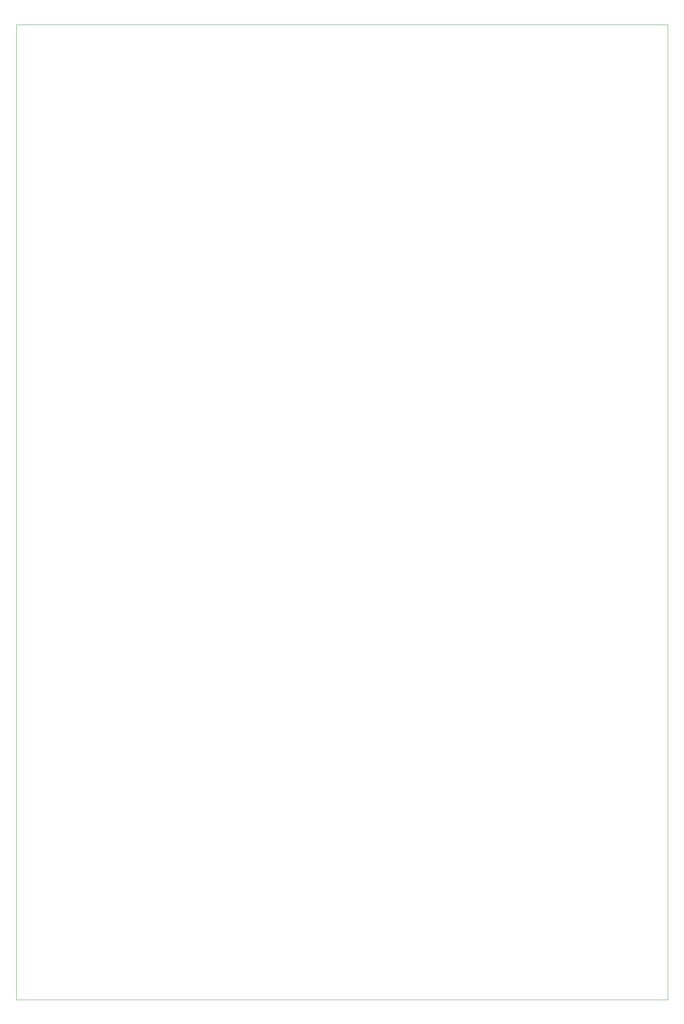
<source format=gbr>
%TF.GenerationSoftware,Altium Limited,Altium Designer,19.1.5 (86)*%
G04 Layer_Color=0*
%FSLAX26Y26*%
%MOIN*%
%TF.FileFunction,Profile,NP*%
%TF.Part,Single*%
G01*
G75*
%TA.AperFunction,Profile*%
%ADD155C,0.001000*%
D155*
X1000000Y675000D02*
X7000000D01*
Y9645000D01*
X1000000D01*
Y675000D01*
%TF.MD5,391e8ac1f8b3ab33c1e31e9486e6ea1d*%
M02*

</source>
